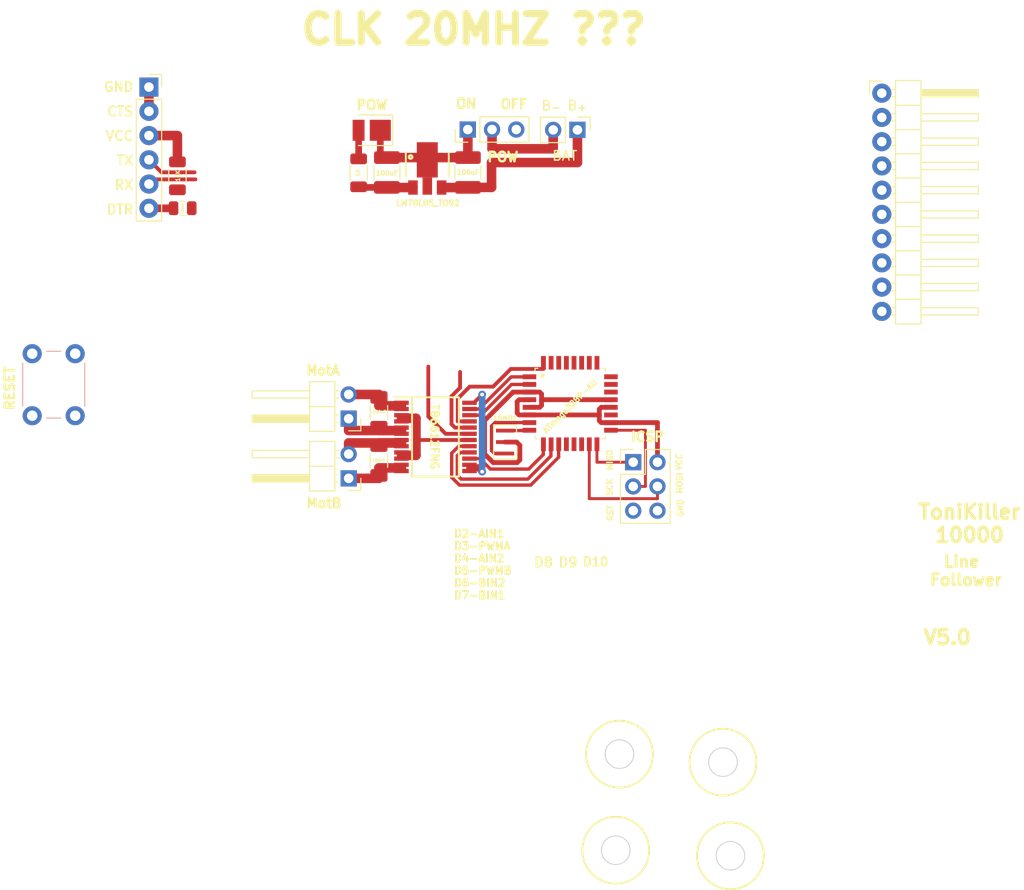
<source format=kicad_pcb>
(kicad_pcb (version 20211014) (generator pcbnew)
  (layers (0 "F.Cu" signal) (31 "B.Cu" signal) (34 "B.Paste" user) (35 "F.Paste" user) (36 "B.SilkS" user "B.Silkscreen") (37 "F.SilkS" user "F.Silkscreen") (38 "B.Mask" user) (39 "F.Mask" user) (44 "Edge.Cuts" user))
  (net 0 "")
  (net 1 "DTR")
  (net 2 "RESET")
  (net 3 "Net-(U1-Pad7)")
  (net 4 "0V")
  (net 5 "5V")
  (net 6 "Net-(C4-Pad1)")
  (net 7 "Net-(C4-Pad2)")
  (net 8 "Net-(C5-Pad1)")
  (net 9 "Net-(C5-Pad2)")
  (net 10 "Net-(D1-Pad2)")
  (net 11 "GND")
  (net 12 "+BATT")
  (net 13 "MISO")
  (net 14 "SCK")
  (net 15 "MOSI")
  (net 16 "TX")
  (net 17 "RX")
  (net 18 "Sensor5")
  (net 19 "Sensor4")
  (net 20 "Sensor3")
  (net 21 "Sensor2")
  (net 22 "Sensor1")
  (net 23 "Sensor0")
  (net 24 "Sensor7")
  (net 25 "Sensor6")
  (net 27 "Net-(U1-Pad8)")
  (net 28 "PWMB")
  (net 29 "BIN2")
  (net 30 "BIN1")
  (net 31 "STBY")
  (net 32 "AIN1")
  (net 33 "AIN2")
  (net 34 "PWMA")
  (net 35 "Net-(SW2-Pad2)")
  (net 36 "D8")
  (net 37 "D9")
  (net 38 "10")
  (footprint "Connector_PinSocket_2.54mm:PinSocket_1x06_P2.54mm_Vertical" (layer "F.Cu") (at 180.615 37.025)
    (fp_text reference "J4" hide)
    (fp_text value "Conn_01x06_MountingPin")
    (fp_line (start 0 -1.33) (end 1.33 -1.33) (layer "F.SilkS") (width 0.12))
    (fp_line (start -1.33 14.03) (end 1.33 14.03) (layer "F.SilkS") (width 0.12))
    (fp_line (start -1.33 1.27) (end 1.33 1.27) (layer "F.SilkS") (width 0.12))
    (fp_line (start 1.33 -1.33) (end 1.33 0) (layer "F.SilkS") (width 0.12))
    (fp_line (start -1.33 1.27) (end -1.33 14.03) (layer "F.SilkS") (width 0.12))
    (fp_line (start 1.33 1.27) (end 1.33 14.03) (layer "F.SilkS") (width 0.12))
    (pad "1" thru_hole rect (at 0 0) (size 2 2) (drill 1) (layers F&B.Cu *.Mask) (net 4 "0V"))
    (pad "2" thru_hole oval (at 0 2.54) (size 2 2) (drill 1) (layers F&B.Cu *.Mask) (net 4 "0V"))
    (pad "3" thru_hole oval (at 0 5.08) (size 2 2) (drill 1) (layers F&B.Cu *.Mask) (net 5 "5V"))
    (pad "4" thru_hole oval (at 0 7.62) (size 2 2) (drill 1) (layers F&B.Cu *.Mask) (net 16 "TX"))
    (pad "5" thru_hole oval (at 0 10.16) (size 2 2) (drill 1) (layers F&B.Cu *.Mask) (net 17 "RX"))
    (pad "6" thru_hole oval (at 0 12.7) (size 2 2) (drill 1) (layers F&B.Cu *.Mask) (net 1 "DTR"))
  )
  (footprint "Capacitor_SMD:C_0805_2012Metric" (layer "F.Cu") (at 184.145 49.715)
    (fp_text reference "C6" hide)
    (fp_text value "100nF" (at 0.01 0.01 90) (layer "F.SilkS") (effects (font (size 0.25 0.25))))
    (fp_line (start -0.261252 0.735) (end 0.261252 0.735) (layer "F.SilkS") (width 0.12))
    (fp_line (start -0.261252 -0.735) (end 0.261252 -0.735) (layer "F.SilkS") (width 0.12))
    (pad "1" smd roundrect (at -0.95 0) (size 1 1.45) (layers "F.Cu" "F.Paste" "F.Mask") (net 1 "DTR"))
    (pad "2" smd roundrect (at 0.95 0) (size 1 1.45) (layers "F.Cu" "F.Paste" "F.Mask") (net 2 "RESET"))
  )
  (footprint "LED_SMD:LED_PLCC_2835" (layer "F.Cu") (at 203.945 41.55 180)
    (fp_text reference "D1" hide)
    (fp_text value "POW")
    (fp_line (start 1.4 -1.6) (end -2.2 -1.6) (layer "F.SilkS") (width 0.12))
    (fp_line (start -2.2 -1.6) (end -2.2 1.6) (layer "F.SilkS") (width 0.12))
    (fp_line (start 1.4 1.6) (end -2.2 1.6) (layer "F.SilkS") (width 0.12))
    (pad "1" smd rect (at -0.9 0 180) (size 2.2 2.2) (layers "F.Cu" "F.Paste" "F.Mask") (net 4 "0V"))
    (pad "2" smd rect (at 1.375 0 180) (size 1.25 2.2) (layers "F.Cu" "F.Paste" "F.Mask") (net 10 "Net-(D1-Pad2)"))
  )
  (footprint "Connector_PinHeader_2.54mm:PinHeader_2x03_P2.54mm_Vertical" (layer "F.Cu") (at 231.33 76.33)
    (fp_text reference "J3" hide)
    (fp_text value "ICSP" (at 1.51 -2.66) (layer "F.SilkS") (effects (font (thickness 4))))
    (fp_line (start -1.33 0) (end -1.33 -1.33) (layer "F.SilkS") (width 0.12))
    (fp_line (start 1.27 1.27) (end 1.27 -1.33) (layer "F.SilkS") (width 0.12))
    (fp_line (start -1.33 6.41) (end 3.87 6.41) (layer "F.SilkS") (width 0.12))
    (fp_line (start -1.33 1.27) (end -1.33 6.41) (layer "F.SilkS") (width 0.12))
    (fp_line (start 1.27 -1.33) (end 3.87 -1.33) (layer "F.SilkS") (width 0.12))
    (fp_line (start 3.87 -1.33) (end 3.87 6.41) (layer "F.SilkS") (width 0.12))
    (fp_line (start -1.33 -1.33) (end 0 -1.33) (layer "F.SilkS") (width 0.12))
    (fp_line (start -1.33 1.27) (end 1.27 1.27) (layer "F.SilkS") (width 0.12))
    (pad "1" thru_hole rect (at 0 0) (size 1.7 1.7) (drill 1) (layers *.Cu *.Mask) (net 13 "MISO"))
    (pad "2" thru_hole oval (at 2.54 0) (size 1.7 1.7) (drill 1) (layers *.Cu *.Mask) (net 5 "5V"))
    (pad "3" thru_hole oval (at 0 2.54) (size 1.7 1.7) (drill 1) (layers *.Cu *.Mask) (net 14 "SCK"))
    (pad "4" thru_hole oval (at 2.54 2.54) (size 1.7 1.7) (drill 1) (layers *.Cu *.Mask) (net 15 "MOSI"))
    (pad "5" thru_hole oval (at 0 5.08) (size 1.7 1.7) (drill 1) (layers *.Cu *.Mask) (net 2 "RESET"))
    (pad "6" thru_hole oval (at 2.54 5.08) (size 1.7 1.7) (drill 1) (layers *.Cu *.Mask) (net 4 "0V"))
  )
  (footprint "TQFP32_32A_MCH" (layer "F.Cu") (at 224.73 70.18)
    (fp_text reference "U1" hide)
    (fp_text value "ATmega328P-AU " (at 0.1364 0.13 45 unlocked) (layer "F.SilkS") (effects (font (size 0.6 0.6))))
    (fp_text user "*" (at -2.92 -2.62) (layer "F.SilkS"))
    (fp_line (start 3.386739 3.683) (end 3.683 3.683) (layer "F.SilkS") (width 0.12))
    (fp_line (start 3.683 3.683) (end 3.683 3.386739) (layer "F.SilkS") (width 0.12))
    (fp_line (start -3.683 -3.683) (end -3.683 -3.386739) (layer "F.SilkS") (width 0.12))
    (fp_line (start -3.683 3.683) (end -3.386739 3.683) (layer "F.SilkS") (width 0.12))
    (fp_line (start -3.683 3.386739) (end -3.683 3.683) (layer "F.SilkS") (width 0.12))
    (fp_line (start 3.683 -3.683) (end 3.386739 -3.683) (layer "F.SilkS") (width 0.12))
    (fp_line (start -3.386739 -3.683) (end -3.683 -3.683) (layer "F.SilkS") (width 0.12))
    (fp_line (start 3.683 -3.386739) (end 3.683 -3.683) (layer "F.SilkS") (width 0.12))
    (pad "1" smd rect (at -4.2672 -2.799999 90) (size 0.508 1.4224) (layers "F.Cu" "F.Paste" "F.Mask") (net 34 "PWMA"))
    (pad "2" smd rect (at -4.2672 -2.000001 90) (size 0.508 1.4224) (layers "F.Cu" "F.Paste" "F.Mask") (net 33 "AIN2"))
    (pad "3" smd rect (at -4.2672 -1.2 90) (size 0.508 1.4224) (layers "F.Cu" "F.Paste" "F.Mask") (net 4 "0V"))
    (pad "4" smd rect (at -4.2672 -0.399999 90) (size 0.508 1.4224) (layers "F.Cu" "F.Paste" "F.Mask") (net 5 "5V"))
    (pad "5" smd rect (at -4.2672 0.399999 90) (size 0.508 1.4224) (layers "F.Cu" "F.Paste" "F.Mask") (net 4 "0V"))
    (pad "6" smd rect (at -4.2672 1.2 90) (size 0.508 1.4224) (layers "F.Cu" "F.Paste" "F.Mask") (net 5 "5V"))
    (pad "7" smd rect (at -4.2672 1.999999 90) (size 0.508 1.4224) (layers "F.Cu" "F.Paste" "F.Mask") (net 3 "Net-(U1-Pad7)"))
    (pad "8" smd rect (at -4.2672 2.799999 90) (size 0.508 1.4224) (layers "F.Cu" "F.Paste" "F.Mask") (net 27 "Net-(U1-Pad8)"))
    (pad "9" smd rect (at -2.799999 4.2672) (size 0.508 1.4224) (layers "F.Cu" "F.Paste" "F.Mask") (net 28 "PWMB"))
    (pad "10" smd rect (at -2.000001 4.2672) (size 0.508 1.4224) (layers "F.Cu" "F.Paste" "F.Mask") (net 29 "BIN2"))
    (pad "11" smd rect (at -1.2 4.2672) (size 0.508 1.4224) (layers "F.Cu" "F.Paste" "F.Mask") (net 30 "BIN1"))
    (pad "12" smd rect (at -0.399999 4.2672) (size 0.508 1.4224) (layers "F.Cu" "F.Paste" "F.Mask") (net 36 "D8"))
    (pad "13" smd rect (at 0.399999 4.2672) (size 0.508 1.4224) (layers "F.Cu" "F.Paste" "F.Mask") (net 37 "D9"))
    (pad "14" smd rect (at 1.2 4.2672) (size 0.508 1.4224) (layers "F.Cu" "F.Paste" "F.Mask") (net 38 "10"))
    (pad "15" smd rect (at 1.999999 4.2672) (size 0.508 1.4224) (layers "F.Cu" "F.Paste" "F.Mask") (net 15 "MOSI"))
    (pad "16" smd rect (at 2.799999 4.2672) (size 0.508 1.4224) (layers "F.Cu" "F.Paste" "F.Mask") (net 13 "MISO"))
    (pad "17" smd rect (at 4.2672 2.799999 90) (size 0.508 1.4224) (layers "F.Cu" "F.Paste" "F.Mask") (net 14 "SCK"))
    (pad "18" smd rect (at 4.2672 2.000001 90) (size 0.508 1.4224) (layers "F.Cu" "F.Paste" "F.Mask") (net 5 "5V"))
    (pad "19" smd rect (at 4.2672 1.2 90) (size 0.508 1.4224) (layers "F.Cu" "F.Paste" "F.Mask") (net 25 "Sensor6"))
    (pad "20" smd rect (at 4.2672 0.399999 90) (size 0.508 1.4224) (layers "F.Cu" "F.Paste" "F.Mask") (net 5 "5V"))
    (pad "21" smd rect (at 4.2672 -0.399999 90) (size 0.508 1.4224) (layers "F.Cu" "F.Paste" "F.Mask") (net 4 "0V"))
    (pad "22" smd rect (at 4.2672 -1.2 90) (size 0.508 1.4224) (layers "F.Cu" "F.Paste" "F.Mask") (net 24 "Sensor7"))
    (pad "23" smd rect (at 4.2672 -1.999999 90) (size 0.508 1.4224) (layers "F.Cu" "F.Paste" "F.Mask") (net 23 "Sensor0"))
    (pad "24" smd rect (at 4.2672 -2.799999 90) (size 0.508 1.4224) (layers "F.Cu" "F.Paste" "F.Mask") (net 22 "Sensor1"))
    (pad "25" smd rect (at 2.799999 -4.2672) (size 0.508 1.4224) (layers "F.Cu" "F.Paste" "F.Mask") (net 21 "Sensor2"))
    (pad "26" smd rect (at 2.000001 -4.2672) (size 0.508 1.4224) (layers "F.Cu" "F.Paste" "F.Mask") (net 20 "Sensor3"))
    (pad "27" smd rect (at 1.2 -4.2672) (size 0.508 1.4224) (layers "F.Cu" "F.Paste" "F.Mask") (net 19 "Sensor4"))
    (pad "28" smd rect (at 0.399999 -4.2672) (size 0.508 1.4224) (layers "F.Cu" "F.Paste" "F.Mask") (net 18 "Sensor5"))
    (pad "29" smd rect (at -0.399999 -4.2672) (size 0.508 1.4224) (layers "F.Cu" "F.Paste" "F.Mask") (net 2 "RESET"))
    (pad "30" smd rect (at -1.2 -4.2672) (size 0.508 1.4224) (layers "F.Cu" "F.Paste" "F.Mask") (net 16 "TX"))
    (pad "31" smd rect (at -1.999999 -4.2672) (size 0.508 1.4224) (layers "F.Cu" "F.Paste" "F.Mask") (net 17 "RX"))
    (pad "32" smd rect (at -2.799999 -4.2672) (size 0.508 1.4224) (layers "F.Cu" "F.Paste" "F.Mask") (net 32 "AIN1"))
  )
  (footprint "78L05:PK(R-PSSO-F3)" (layer "F.Cu") (at 209.765 43.9)
    (fp_text reference "U2" hide)
    (fp_text value "LM78L05_TO92" (at 0.06 5.2825) (layer "F.SilkS") (effects (font (size 0.6 0.6))))
    (fp_line (start 2.25 0) (end 2.25 2.5) (layer "F.SilkS") (width 0.2))
    (fp_line (start -2.25 2.5) (end -2.25 0) (layer "F.SilkS") (width 0.2))
    (fp_circle (center -1.75 0.45) (end -1.79438 0.45) (layer "F.SilkS") (width 0.254) (fill none))
    (pad "1" smd rect (at -1.5 3.65) (size 1 1.5) (layers "F.Cu" "F.Paste" "F.Mask") (net 5 "5V"))
    (pad "2" smd rect (at 0 3.5) (size 1 1.8) (layers "F.Cu" "F.Paste" "F.Mask") (net 4 "0V"))
    (pad "2" smd rect (at 0 0.75) (size 2.2 3.7) (layers "F.Cu" "F.Paste" "F.Mask") (net 4 "0V"))
    (pad "3" smd rect (at 1.5 3.65) (size 1 1.5) (layers "F.Cu" "F.Paste" "F.Mask") (net 12 "+BATT"))
  )
  (footprint "Connector_PinHeader_2.54mm:PinHeader_1x03_P2.54mm_Vertical" (layer "F.Cu") (at 214.005 41.47 90)
    (fp_text reference "SW2" hide)
    (fp_text value "POW")
    (fp_line (start -1.33 6.41) (end 1.33 6.41) (layer "F.SilkS") (width 0.12))
    (fp_line (start -1.33 -1.33) (end 0 -1.33) (layer "F.SilkS") (width 0.12))
    (fp_line (start 1.33 1.27) (end 1.33 6.41) (layer "F.SilkS") (width 0.12))
    (fp_line (start -1.33 1.27) (end -1.33 6.41) (layer "F.SilkS") (width 0.12))
    (fp_line (start -1.33 0) (end -1.33 -1.33) (layer "F.SilkS") (width 0.12))
    (fp_line (start -1.33 1.27) (end 1.33 1.27) (layer "F.SilkS") (width 0.12))
    (pad "1" thru_hole rect (at 0 0 90) (size 1.7 1.7) (drill 1) (layers *.Cu *.Mask) (net 4 "0V"))
    (pad "2" thru_hole oval (at 0 2.54 90) (size 1.7 1.7) (drill 1) (layers *.Cu *.Mask) (net 35 "Net-(SW2-Pad2)"))
    (pad "3" thru_hole oval (at 0 5.08 90) (size 1.7 1.7) (drill 1) (layers *.Cu *.Mask))
  )
  (footprint "Capacitor_SMD:C_1206_3216Metric_Pad1.33x1.80mm_HandSolder" (layer "F.Cu") (at 204.7 71.1025 90)
    (fp_text reference "C5" hide)
    (fp_text value "100nF" (at 0.0525 0.04 unlocked) (layer "F.SilkS") (effects (font (size 0.3 0.3) (thickness 0.075))))
    (fp_line (start -0.711252 0.91) (end 0.711252 0.91) (layer "F.SilkS") (width 0.12))
    (fp_line (start -0.711252 -0.91) (end 0.711252 -0.91) (layer "F.SilkS") (width 0.12))
    (pad "1" smd roundrect (at -1.5625 0 90) (size 1.325 1.8) (layers "F.Cu" "F.Paste" "F.Mask") (roundrect_rratio 0.188679) (net 8 "Net-(C5-Pad1)"))
    (pad "2" smd roundrect (at 1.5625 0 90) (size 1.325 1.8) (layers "F.Cu" "F.Paste" "F.Mask") (roundrect_rratio 0.188679) (net 9 "Net-(C5-Pad2)"))
  )
  (footprint "Resistor_SMD:R_1206_3216Metric" (layer "F.Cu") (at 183.595 46.325 90)
    (fp_text reference "R1" hide)
    (fp_text value "10K" (at 0 0.05 90) (layer "F.SilkS") (effects (font (size 0.4 0.4) (thickness 0.1))))
    (fp_line (start -0.727064 0.91) (end 0.727064 0.91) (layer "F.SilkS") (width 0.12))
    (fp_line (start -0.727064 -0.91) (end 0.727064 -0.91) (layer "F.SilkS") (width 0.12))
    (pad "1" smd roundrect (at -1.4625 0 90) (size 1.125 1.75) (layers "F.Cu" "F.Paste" "F.Mask") (roundrect_rratio 0.222222) (net 2 "RESET"))
    (pad "2" smd roundrect (at 1.4625 0 90) (size 1.125 1.75) (layers "F.Cu" "F.Paste" "F.Mask") (roundrect_rratio 0.222222) (net 5 "5V"))
  )
  (footprint "TB6612FNG:SOP65P760X160-24N" (layer "F.Cu") (at 210.62 73.68)
    (fp_text reference "U3" hide)
    (fp_text value "TB6612FNG" (at -0.09 0 270 unlocked) (layer "F.SilkS") (effects (font (size 0.8 0.8) (thickness 0.2))))
    (fp_line (start 2.45 4.15) (end -2.45 4.15) (layer "F.SilkS") (width 0.2))
    (fp_line (start -4.325 -4.15) (end -2.8 -4.15) (layer "F.SilkS") (width 0.2))
    (fp_line (start 2.45 -4.15) (end 2.45 4.15) (layer "F.SilkS") (width 0.2))
    (fp_line (start -2.45 -4.15) (end 2.45 -4.15) (layer "F.SilkS") (width 0.2))
    (fp_line (start -2.45 4.15) (end -2.45 -4.15) (layer "F.SilkS") (width 0.2))
    (pad "1" smd rect (at -3.562 -3.575 90) (size 0.45 1.525) (layers "F.Cu" "F.Paste" "F.Mask") (net 9 "Net-(C5-Pad2)"))
    (pad "2" smd rect (at -3.562 -2.925 90) (size 0.45 1.525) (layers "F.Cu" "F.Paste" "F.Mask") (net 9 "Net-(C5-Pad2)"))
    (pad "3" smd rect (at -3.562 -2.275 90) (size 0.45 1.525) (layers "F.Cu" "F.Paste" "F.Mask") (net 11 "GND"))
    (pad "4" smd rect (at -3.562 -1.625 90) (size 0.45 1.525) (layers "F.Cu" "F.Paste" "F.Mask") (net 11 "GND"))
    (pad "5" smd rect (at -3.562 -0.975 90) (size 0.45 1.525) (layers "F.Cu" "F.Paste" "F.Mask") (net 8 "Net-(C5-Pad1)"))
    (pad "6" smd rect (at -3.562 -0.325 90) (size 0.45 1.525) (layers "F.Cu" "F.Paste" "F.Mask") (net 8 "Net-(C5-Pad1)"))
    (pad "7" smd rect (at -3.562 0.325 90) (size 0.45 1.525) (layers "F.Cu" "F.Paste" "F.Mask") (net 7 "Net-(C4-Pad2)"))
    (pad "8" smd rect (at -3.562 0.975 90) (size 0.45 1.525) (layers "F.Cu" "F.Paste" "F.Mask") (net 7 "Net-(C4-Pad2)"))
    (pad "9" smd rect (at -3.562 1.625 90) (size 0.45 1.525) (layers "F.Cu" "F.Paste" "F.Mask") (net 11 "GND"))
    (pad "10" smd rect (at -3.562 2.275 90) (size 0.45 1.525) (layers "F.Cu" "F.Paste" "F.Mask") (net 11 "GND"))
    (pad "11" smd rect (at -3.562 2.925 90) (size 0.45 1.525) (layers "F.Cu" "F.Paste" "F.Mask") (net 6 "Net-(C4-Pad1)"))
    (pad "12" smd rect (at -3.562 3.575 90) (size 0.45 1.525) (layers "F.Cu" "F.Paste" "F.Mask") (net 6 "Net-(C4-Pad1)"))
    (pad "13" smd rect (at 3.562 3.575 90) (size 0.45 1.525) (layers "F.Cu" "F.Paste" "F.Mask") (net 12 "+BATT"))
    (pad "14" smd rect (at 3.562 2.925 90) (size 0.45 1.525) (layers "F.Cu" "F.Paste" "F.Mask") (net 12 "+BATT"))
    (pad "15" smd rect (at 3.562 2.275 90) (size 0.45 1.525) (layers "F.Cu" "F.Paste" "F.Mask") (net 28 "PWMB"))
    (pad "16" smd rect (at 3.562 1.625 90) (size 0.45 1.525) (layers "F.Cu" "F.Paste" "F.Mask") (net 29 "BIN2"))
    (pad "17" smd rect (at 3.562 0.975 90) (size 0.45 1.525) (layers "F.Cu" "F.Paste" "F.Mask") (net 30 "BIN1"))
    (pad "18" smd rect (at 3.562 0.325 90) (size 0.45 1.525) (layers "F.Cu" "F.Paste" "F.Mask") (net 11 "GND"))
    (pad "19" smd rect (at 3.562 -0.325 90) (size 0.45 1.525) (layers "F.Cu" "F.Paste" "F.Mask") (net 31 "STBY"))
    (pad "20" smd rect (at 3.562 -0.975 90) (size 0.45 1.525) (layers "F.Cu" "F.Paste" "F.Mask") (net 5 "5V"))
    (pad "21" smd rect (at 3.562 -1.625 90) (size 0.45 1.525) (layers "F.Cu" "F.Paste" "F.Mask") (net 32 "AIN1"))
    (pad "22" smd rect (at 3.562 -2.275 90) (size 0.45 1.525) (layers "F.Cu" "F.Paste" "F.Mask") (net 33 "AIN2"))
    (pad "23" smd rect (at 3.562 -2.925 90) (size 0.45 1.525) (layers "F.Cu" "F.Paste" "F.Mask") (net 34 "PWMA"))
    (pad "24" smd rect (at 3.562 -3.575 90) (size 0.45 1.525) (layers "F.Cu" "F.Paste" "F.Mask") (net 12 "+BATT"))
  )
  (footprint "Connector_PinHeader_2.54mm:PinHeader_1x10_P2.54mm_Horizontal" (layer "F.Cu") (at 257.365 37.665)
    (fp_text reference "J5" hide)
    (fp_text value "Conn_01x10")
    (fp_line (start 1.11 0.38) (end 1.44 0.38) (layer "F.SilkS") (width 0.12))
    (fp_line (start 1.042929 13.08) (end 1.44 13.08) (layer "F.SilkS") (width 0.12))
    (fp_line (start 1.042929 7.24) (end 1.44 7.24) (layer "F.SilkS") (width 0.12))
    (fp_line (start 4.1 22.48) (end 10.1 22.48) (layer "F.SilkS") (width 0.12))
    (fp_line (start 10.1 10.54) (end 4.1 10.54) (layer "F.SilkS") (width 0.12))
    (fp_line (start 1.44 3.81) (end 4.1 3.81) (layer "F.SilkS") (width 0.12))
    (fp_line (start 1.44 13.97) (end 4.1 13.97) (layer "F.SilkS") (width 0.12))
    (fp_line (start 4.1 -0.32) (end 10.1 -0.32) (layer "F.SilkS") (width 0.12))
    (fp_line (start 1.042929 2.16) (end 1.44 2.16) (layer "F.SilkS") (width 0.12))
    (fp_line (start 10.1 4.7) (end 10.1 5.46) (layer "F.SilkS") (width 0.12))
    (fp_line (start 10.1 5.46) (end 4.1 5.46) (layer "F.SilkS") (width 0.12))
    (fp_line (start 10.1 22.48) (end 10.1 23.24) (layer "F.SilkS") (width 0.12))
    (fp_line (start 10.1 2.92) (end 4.1 2.92) (layer "F.SilkS") (width 0.12))
    (fp_line (start 10.1 8) (end 4.1 8) (layer "F.SilkS") (width 0.12))
    (fp_line (start 4.1 14.86) (end 10.1 14.86) (layer "F.SilkS") (width 0.12))
    (fp_line (start 1.44 24.19) (end 4.1 24.19) (layer "F.SilkS") (width 0.12))
    (fp_line (start 10.1 -0.38) (end 10.1 0.38) (layer "F.SilkS") (width 0.12))
    (fp_line (start 10.1 15.62) (end 4.1 15.62) (layer "F.SilkS") (width 0.12))
    (fp_line (start 1.44 -1.33) (end 1.44 24.19) (layer "F.SilkS") (width 0.12))
    (fp_line (start 1.44 21.59) (end 4.1 21.59) (layer "F.SilkS") (width 0.12))
    (fp_line (start 4.1 17.4) (end 10.1 17.4) (layer "F.SilkS") (width 0.12))
    (fp_line (start 10.1 13.08) (end 4.1 13.08) (layer "F.SilkS") (width 0.12))
    (fp_line (start 10.1 0.38) (end 4.1 0.38) (layer "F.SilkS") (width 0.12))
    (fp_line (start 1.44 16.51) (end 4.1 16.51) (layer "F.SilkS") (width 0.12))
    (fp_line (start 10.1 7.24) (end 10.1 8) (layer "F.SilkS") (width 0.12))
    (fp_line (start 10.1 19.94) (end 10.1 20.7) (layer "F.SilkS") (width 0.12))
    (fp_line (start 1.042929 10.54) (end 1.44 10.54) (layer "F.SilkS") (width 0.12))
    (fp_line (start 1.042929 5.46) (end 1.44 5.46) (layer "F.SilkS") (width 0.12))
    (fp_line (start 1.44 11.43) (end 4.1 11.43) (layer "F.SilkS") (width 0.12))
    (fp_line (start 1.042929 17.4) (end 1.44 17.4) (layer "F.SilkS") (width 0.12))
    (fp_line (start 4.1 0.16) (end 10.1 0.16) (layer "F.SilkS") (width 0.12))
    (fp_line (start 4.1 7.24) (end 10.1 7.24) (layer "F.SilkS") (width 0.12))
    (fp_line (start 4.1 -0.38) (end 10.1 -0.38) (layer "F.SilkS") (width 0.12))
    (fp_line (start 1.042929 14.86) (end 1.44 14.86) (layer "F.SilkS") (width 0.12))
    (fp_line (start 10.1 23.24) (end 4.1 23.24) (layer "F.SilkS") (width 0.12))
    (fp_line (start 10.1 9.78) (end 10.1 10.54) (layer "F.SilkS") (width 0.12))
    (fp_line (start 4.1 12.32) (end 10.1 12.32) (layer "F.SilkS") (width 0.12))
    (fp_line (start 4.1 -1.33) (end 1.44 -1.33) (layer "F.SilkS") (width 0.12))
    (fp_line (start 1.042929 12.32) (end 1.44 12.32) (layer "F.SilkS") (width 0.12))
    (fp_line (start 1.11 -0.38) (end 1.44 -0.38) (layer "F.SilkS") (width 0.12))
    (fp_line (start 10.1 14.86) (end 10.1 15.62) (layer "F.SilkS") (width 0.12))
    (fp_line (start 4.1 9.78) (end 10.1 9.78) (layer "F.SilkS") (width 0.12))
    (fp_line (start 4.1 4.7) (end 10.1 4.7) (layer "F.SilkS") (width 0.12))
    (fp_line (start 1.042929 19.94) (end 1.44 19.94) (layer "F.SilkS") (width 0.12))
    (fp_line (start 1.042929 18.16) (end 1.44 18.16) (layer "F.SilkS") (width 0.12))
    (fp_line (start 4.1 19.94) (end 10.1 19.94) (layer "F.SilkS") (width 0.12))
    (fp_line (start 4.1 24.19) (end 4.1 -1.33) (layer "F.SilkS") (width 0.12))
    (fp_line (start -1.27 0) (end -1.27 -1.27) (layer "F.SilkS") (width 0.12))
    (fp_line (start -1.27 -1.27) (end 0 -1.27) (layer "F.SilkS") (width 0.12))
    (fp_line (start 10.1 12.32) (end 10.1 13.08) (layer "F.SilkS") (width 0.12))
    (fp_line (start 1.44 19.05) (end 4.1 19.05) (layer "F.SilkS") (width 0.12))
    (fp_line (start 4.1 0.28) (end 10.1 0.28) (layer "F.SilkS") (width 0.12))
    (fp_line (start 1.042929 22.48) (end 1.44 22.48) (layer "F.SilkS") (width 0.12))
    (fp_line (start 1.042929 20.7) (end 1.44 20.7) (layer "F.SilkS") (width 0.12))
    (fp_line (start 1.44 6.35) (end 4.1 6.35) (layer "F.SilkS") (width 0.12))
    (fp_line (start 1.042929 8) (end 1.44 8) (layer "F.SilkS") (width 0.12))
    (fp_line (start 10.1 17.4) (end 10.1 18.16) (layer "F.SilkS") (width 0.12))
    (fp_line (start 1.042929 15.62) (end 1.44 15.62) (layer "F.SilkS") (width 0.12))
    (fp_line (start 1.042929 4.7) (end 1.44 4.7) (layer "F.SilkS") (width 0.12))
    (fp_line (start 1.44 1.27) (end 4.1 1.27) (layer "F.SilkS") (width 0.12))
    (fp_line (start 4.1 0.04) (end 10.1 0.04) (layer "F.SilkS") (width 0.12))
    (fp_line (start 1.042929 9.78) (end 1.44 9.78) (layer "F.SilkS") (width 0.12))
    (fp_line (start 4.1 -0.08) (end 10.1 -0.08) (layer "F.SilkS") (width 0.12))
    (fp_line (start 4.1 2.16) (end 10.1 2.16) (layer "F.SilkS") (width 0.12))
    (fp_line (start 10.1 2.16) (end 10.1 2.92) (layer "F.SilkS") (width 0.12))
    (fp_line (start 1.44 8.89) (end 4.1 8.89) (layer "F.SilkS") (width 0.12))
    (fp_line (start 4.1 -0.2) (end 10.1 -0.2) (layer "F.SilkS") (width 0.12))
    (fp_line (start 1.042929 2.92) (end 1.44 2.92) (layer "F.SilkS") (width 0.12))
    (fp_line (start 1.042929 23.24) (end 1.44 23.24) (layer "F.SilkS") (width 0.12))
    (fp_line (start 10.1 18.16) (end 4.1 18.16) (layer "F.SilkS") (width 0.12))
    (fp_line (start 10.1 20.7) (end 4.1 20.7) (layer "F.SilkS") (width 0.12))
    (pad "1" thru_hole oval (at 0 0) (size 2 2) (drill 1) (layers F&B.Cu *.Mask) (net 18 "Sensor5"))
    (pad "2" thru_hole oval (at 0 2.54) (size 2 2) (drill 1) (layers F&B.Cu *.Mask) (net 19 "Sensor4"))
    (pad "3" thru_hole oval (at 0 5.08) (size 2 2) (drill 1) (layers F&B.Cu *.Mask) (net 20 "Sensor3"))
    (pad "4" thru_hole oval (at 0 7.62) (size 2 2) (drill 1) (layers F&B.Cu *.Mask) (net 21 "Sensor2"))
    (pad "5" thru_hole oval (at 0 10.16) (size 2 2) (drill 1) (layers F&B.Cu *.Mask) (net 22 "Sensor1"))
    (pad "6" thru_hole oval (at 0 12.7) (size 2 2) (drill 1) (layers F&B.Cu *.Mask) (net 23 "Sensor0"))
    (pad "7" thru_hole oval (at 0 15.24) (size 2 2) (drill 1) (layers F&B.Cu *.Mask) (net 24 "Sensor7"))
    (pad "8" thru_hole oval (at 0 17.78) (size 2 2) (drill 1) (layers F&B.Cu *.Mask) (net 25 "Sensor6"))
    (pad "9" thru_hole oval (at 0 20.32) (size 2 2) (drill 1) (layers F&B.Cu *.Mask) (net 5 "5V"))
    (pad "10" thru_hole oval (at 0 22.86) (size 2 2) (drill 1) (layers F&B.Cu *.Mask) (net 4 "0V"))
  )
  (footprint "Resistor_SMD:R_1206_3216Metric" (layer "F.Cu") (at 202.575 46.01 -90)
    (fp_text reference "R2" hide)
    (fp_text value "1K" (at 0 0.05 -270) (layer "F.SilkS") (effects (font (size 0.4 0.4) (thickness 0.1))))
    (fp_line (start -0.727064 0.91) (end 0.727064 0.91) (layer "F.SilkS") (width 0.12))
    (fp_line (start -0.727064 -0.91) (end 0.727064 -0.91) (layer "F.SilkS") (width 0.12))
    (pad "1" smd roundrect (at -1.4625 0 270) (size 1.125 1.75) (layers "F.Cu" "F.Paste" "F.Mask") (roundrect_rratio 0.222222) (net 10 "Net-(D1-Pad2)"))
    (pad "2" smd roundrect (at 1.4625 0 270) (size 1.125 1.75) (layers "F.Cu" "F.Paste" "F.Mask") (roundrect_rratio 0.222222) (net 5 "5V"))
  )
  (footprint "Connector_PinHeader_2.54mm:PinHeader_1x02_P2.54mm_Horizontal" (layer "F.Cu") (at 201.53 71.77 180)
    (fp_text reference "J6" hide)
    (fp_text value "MotA" (at 2.68 5.06) (layer "F.SilkS") (effects (font (thickness 7))))
    (fp_line (start 1.44 3.87) (end 4.1 3.87) (layer "F.SilkS") (width 0.12))
    (fp_line (start 10.1 2.16) (end 10.1 2.92) (layer "F.SilkS") (width 0.12))
    (fp_line (start 10.1 0.38) (end 4.1 0.38) (layer "F.SilkS") (width 0.12))
    (fp_line (start 10.1 -0.38) (end 10.1 0.38) (layer "F.SilkS") (width 0.12))
    (fp_line (start 4.1 -0.08) (end 10.1 -0.08) (layer "F.SilkS") (width 0.12))
    (fp_line (start -1.27 0) (end -1.27 -1.27) (layer "F.SilkS") (width 0.12))
    (fp_line (start -1.27 -1.27) (end 0 -1.27) (layer "F.SilkS") (width 0.12))
    (fp_line (start 10.1 2.92) (end 4.1 2.92) (layer "F.SilkS") (width 0.12))
    (fp_line (start 1.042929 2.16) (end 1.44 2.16) (layer "F.SilkS") (width 0.12))
    (fp_line (start 4.1 -0.38) (end 10.1 -0.38) (layer "F.SilkS") (width 0.12))
    (fp_line (start 4.1 2.16) (end 10.1 2.16) (layer "F.SilkS") (width 0.12))
    (fp_line (start 4.1 0.16) (end 10.1 0.16) (layer "F.SilkS") (width 0.12))
    (fp_line (start 1.11 0.38) (end 1.44 0.38) (layer "F.SilkS") (width 0.12))
    (fp_line (start 4.1 -0.32) (end 10.1 -0.32) (layer "F.SilkS") (width 0.12))
    (fp_line (start 1.11 -0.38) (end 1.44 -0.38) (layer "F.SilkS") (width 0.12))
    (fp_line (start 4.1 -0.2) (end 10.1 -0.2) (layer "F.SilkS") (width 0.12))
    (fp_line (start 4.1 0.04) (end 10.1 0.04) (layer "F.SilkS") (width 0.12))
    (fp_line (start 1.44 1.27) (end 4.1 1.27) (layer "F.SilkS") (width 0.12))
    (fp_line (start 4.1 0.28) (end 10.1 0.28) (layer "F.SilkS") (width 0.12))
    (fp_line (start 1.042929 2.92) (end 1.44 2.92) (layer "F.SilkS") (width 0.12))
    (fp_line (start 1.44 -1.33) (end 1.44 3.87) (layer "F.SilkS") (width 0.12))
    (fp_line (start 4.1 -1.33) (end 1.44 -1.33) (layer "F.SilkS") (width 0.12))
    (fp_line (start 4.1 3.87) (end 4.1 -1.33) (layer "F.SilkS") (width 0.12))
    (pad "1" thru_hole rect (at 0 0 180) (size 1.7 1.7) (drill 1) (layers *.Cu *.Mask) (net 8 "Net-(C5-Pad1)"))
    (pad "2" thru_hole oval (at 0 2.54 180) (size 1.7 1.7) (drill 1) (layers *.Cu *.Mask) (net 9 "Net-(C5-Pad2)"))
  )
  (footprint "Capacitor_SMD:C_1206_3216Metric_Pad1.33x1.80mm_HandSolder" (layer "F.Cu") (at 204.7 76.1525 90)
    (fp_text reference "C4" hide)
    (fp_text value "100nF" (at 0.0125 -0.02 180) (layer "F.SilkS") (effects (font (size 0.3 0.3) (thickness 4))))
    (fp_line (start -0.711252 0.91) (end 0.711252 0.91) (layer "F.SilkS") (width 0.12))
    (fp_line (start -0.711252 -0.91) (end 0.711252 -0.91) (layer "F.SilkS") (width 0.12))
    (pad "1" smd roundrect (at -1.5625 0 90) (size 1.325 1.8) (layers "F.Cu" "F.Paste" "F.Mask") (roundrect_rratio 0.188679) (net 6 "Net-(C4-Pad1)"))
    (pad "2" smd roundrect (at 1.5625 0 90) (size 1.325 1.8) (layers "F.Cu" "F.Paste" "F.Mask") (roundrect_rratio 0.188679) (net 7 "Net-(C4-Pad2)"))
  )
  (footprint "Connector_PinHeader_2.54mm:PinHeader_1x02_P2.54mm_Horizontal" (layer "F.Cu") (at 201.53 78.02 180)
    (fp_text reference "J7" hide)
    (fp_text value "MotB" (at 2.58 -2.6) (layer "F.SilkS") (effects (font (thickness 7))))
    (fp_line (start 4.1 -0.08) (end 10.1 -0.08) (layer "F.SilkS") (width 0.12))
    (fp_line (start 1.44 1.27) (end 4.1 1.27) (layer "F.SilkS") (width 0.12))
    (fp_line (start 1.11 -0.38) (end 1.44 -0.38) (layer "F.SilkS") (width 0.12))
    (fp_line (start 1.042929 2.16) (end 1.44 2.16) (layer "F.SilkS") (width 0.12))
    (fp_line (start 10.1 2.92) (end 4.1 2.92) (layer "F.SilkS") (width 0.12))
    (fp_line (start 4.1 2.16) (end 10.1 2.16) (layer "F.SilkS") (width 0.12))
    (fp_line (start 4.1 -0.2) (end 10.1 -0.2) (layer "F.SilkS") (width 0.12))
    (fp_line (start 4.1 0.28) (end 10.1 0.28) (layer "F.SilkS") (width 0.12))
    (fp_line (start 1.042929 2.92) (end 1.44 2.92) (layer "F.SilkS") (width 0.12))
    (fp_line (start 4.1 0.04) (end 10.1 0.04) (layer "F.SilkS") (width 0.12))
    (fp_line (start 10.1 -0.38) (end 10.1 0.38) (layer "F.SilkS") (width 0.12))
    (fp_line (start 4.1 -1.33) (end 1.44 -1.33) (layer "F.SilkS") (width 0.12))
    (fp_line (start 4.1 -0.38) (end 10.1 -0.38) (layer "F.SilkS") (width 0.12))
    (fp_line (start 10.1 2.16) (end 10.1 2.92) (layer "F.SilkS") (width 0.12))
    (fp_line (start 1.44 -1.33) (end 1.44 3.87) (layer "F.SilkS") (width 0.12))
    (fp_line (start 1.44 3.87) (end 4.1 3.87) (layer "F.SilkS") (width 0.12))
    (fp_line (start 10.1 0.38) (end 4.1 0.38) (layer "F.SilkS") (width 0.12))
    (fp_line (start 1.11 0.38) (end 1.44 0.38) (layer "F.SilkS") (width 0.12))
    (fp_line (start -1.27 -1.27) (end 0 -1.27) (layer "F.SilkS") (width 0.12))
    (fp_line (start 4.1 -0.32) (end 10.1 -0.32) (layer "F.SilkS") (width 0.12))
    (fp_line (start -1.27 0) (end -1.27 -1.27) (layer "F.SilkS") (width 0.12))
    (fp_line (start 4.1 0.16) (end 10.1 0.16) (layer "F.SilkS") (width 0.12))
    (fp_line (start 4.1 3.87) (end 4.1 -1.33) (layer "F.SilkS") (width 0.12))
    (pad "1" thru_hole rect (at 0 0 180) (size 1.7 1.7) (drill 1) (layers *.Cu *.Mask) (net 6 "Net-(C4-Pad1)"))
    (pad "2" thru_hole oval (at 0 2.54 180) (size 1.7 1.7) (drill 1) (layers *.Cu *.Mask) (net 7 "Net-(C4-Pad2)"))
  )
  (footprint "Connector_PinHeader_2.54mm:PinHeader_1x02_P2.54mm_Vertical" (layer "F.Cu") (at 225.49 41.51 -90)
    (fp_text reference "J1" hide)
    (fp_text value "BAT" (at 2.71 1.325 180) (layer "F.SilkS"))
    (fp_line (start -1.33 1.27) (end -1.33 3.87) (layer "F.SilkS") (width 0.12))
    (fp_line (start -1.33 -1.33) (end 0 -1.33) (layer "F.SilkS") (width 0.12))
    (fp_line (start -1.33 3.87) (end 1.33 3.87) (layer "F.SilkS") (width 0.12))
    (fp_line (start -1.33 1.27) (end 1.33 1.27) (layer "F.SilkS") (width 0.12))
    (fp_line (start 1.33 1.27) (end 1.33 3.87) (layer "F.SilkS") (width 0.12))
    (fp_line (start -1.33 0) (end -1.33 -1.33) (layer "F.SilkS") (width 0.12))
    (pad "1" thru_hole rect (at 0 0 270) (size 1.7 1.7) (drill 1) (layers *.Cu *.Mask) (net 12 "+BATT"))
    (pad "2" thru_hole oval (at 0 2.54 270) (size 1.7 1.7) (drill 1) (layers *.Cu *.Mask) (net 35 "Net-(SW2-Pad2)"))
  )
  (footprint "Crystal:Resonator_SMD_Murata_CSTxExxV-3Pin_3.0x1.1mm" (layer "F.Cu") (at 217.91 74.22 90)
    (fp_text reference "Y1" hide)
    (fp_text value "16MHz" (at 2.55 -0.01) (layer "F.SilkS") (effects (font (size 0.5 0.5) (thickness 0.125))))
    (fp_line (start 1.8 0.8) (end 1.8 1.2) (layer "F.SilkS") (width 0.12))
    (fp_line (start -1.8 0.8) (end -1.8 -1.2) (layer "F.SilkS") (width 0.12))
    (fp_line (start -1.8 0.8) (end -1.8 1.2) (layer "F.SilkS") (width 0.12))
    (fp_line (start -0.8 1.2) (end -1.8 1.2) (layer "F.SilkS") (width 0.12))
    (fp_line (start -1.8 -1.2) (end -0.8 -1.2) (layer "F.SilkS") (width 0.12))
    (fp_line (start 1.8 -1.2) (end 1.8 0.8) (layer "F.SilkS") (width 0.12))
    (fp_line (start 1.8 1.2) (end 1 1.2) (layer "F.SilkS") (width 0.12))
    (fp_line (start 1 -1.2) (end 1.8 -1.2) (layer "F.SilkS") (width 0.12))
    (pad "1" smd rect (at -1.2 0 90) (size 0.4 1.9) (layers "F.Cu" "F.Paste" "F.Mask") (net 3 "Net-(U1-Pad7)"))
    (pad "2" smd rect (at 0 0 90) (size 0.4 1.9) (layers "F.Cu" "F.Paste" "F.Mask") (net 4 "0V"))
    (pad "3" smd rect (at 1.2 0 90) (size 0.4 1.9) (layers "F.Cu" "F.Paste" "F.Mask") (net 27 "Net-(U1-Pad8)"))
  )
  (footprint "Capacitor_SMD:C_1210_3225Metric_Pad1.33x2.70mm_HandSolder" (layer "F.Cu") (at 214.015 45.9725 90)
    (fp_text reference "C2" hide)
    (fp_text value "100uF" (at 0.02 0.01) (layer "F.SilkS") (effects (font (size 0.5 0.5))))
    (fp_line (start -0.711252 1.36) (end 0.711252 1.36) (layer "F.SilkS") (width 0.12))
    (fp_line (start -0.711252 -1.36) (end 0.711252 -1.36) (layer "F.SilkS") (width 0.12))
    (pad "1" smd roundrect (at -1.5625 0 90) (size 1.325 2.7) (layers "F.Cu" "F.Paste" "F.Mask") (roundrect_rratio 0.188679) (net 12 "+BATT"))
    (pad "2" smd roundrect (at 1.5625 0 90) (size 1.325 2.7) (layers "F.Cu" "F.Paste" "F.Mask") (roundrect_rratio 0.188679) (net 4 "0V"))
  )
  (footprint "Capacitor_SMD:C_1210_3225Metric_Pad1.33x2.70mm_HandSolder" (layer "F.Cu") (at 205.535 45.9725 90)
    (fp_text reference "C3" hide)
    (fp_text value "100uF" (at -0.07 0) (layer "F.SilkS") (effects (font (size 0.5 0.5) (thickness 0.125))))
    (fp_line (start -0.711252 -1.36) (end 0.711252 -1.36) (layer "F.SilkS") (width 0.12))
    (fp_line (start -0.711252 1.36) (end 0.711252 1.36) (layer "F.SilkS") (width 0.12))
    (pad "1" smd roundrect (at -1.5625 0 90) (size 1.325 2.7) (layers "F.Cu" "F.Paste" "F.Mask") (roundrect_rratio 0.188679) (net 5 "5V"))
    (pad "2" smd roundrect (at 1.5625 0 90) (size 1.325 2.7) (layers "F.Cu" "F.Paste" "F.Mask") (roundrect_rratio 0.188679) (net 4 "0V"))
  )
  (footprint "Button_Switch_THT:SW_PUSH_6mm" (layer "B.Cu") (at 172.89 71.46 90)
    (fp_text reference "SW1" hide)
    (fp_text value "RESET" (at 2.88 -6.85 90) (layer "F.SilkS") (effects (font (thickness 0.25))))
    (fp_line (start 6.75 -3) (end 6.75 -1.5) (layer "B.SilkS") (width 0.12))
    (fp_line (start 1 -5.5) (end 5.5 -5.5) (layer "B.SilkS") (width 0.12))
    (fp_line (start 5.5 1) (end 1 1) (layer "B.SilkS") (width 0.12))
    (fp_line (start -0.25 -1.5) (end -0.25 -3) (layer "B.SilkS") (width 0.12))
    (pad "1" thru_hole circle (at 6.5 0) (size 2 2) (drill 1.1) (layers *.Cu *.Mask) (net 4 "0V"))
    (pad "1" thru_hole circle (at 0 0) (size 2 2) (drill 1.1) (layers *.Cu *.Mask) (net 4 "0V"))
    (pad "2" thru_hole circle (at 0 -4.5) (size 2 2) (drill 1.1) (layers *.Cu *.Mask) (net 2 "RESET"))
    (pad "2" thru_hole circle (at 6.5 -4.5) (size 2 2) (drill 1.1) (layers *.Cu *.Mask) (net 2 "RESET"))
  )
  (gr_circle (center 229.89 106.92) (end 233.39 106.92) (layer "F.SilkS") (width 0.2) (fill none))
  (gr_circle (center 229.5 116.99) (end 233 116.99) (layer "F.SilkS") (width 0.2) (fill none))
  (gr_circle (center 241.51 117.57) (end 245.01 117.57) (layer "F.SilkS") (width 0.2) (fill none))
  (gr_circle (center 240.73 107.76) (end 244.23 107.76) (layer "F.SilkS") (width 0.2) (fill none))
  (gr_circle (center 229.89 106.92) (end 231.39 106.92) (layer "Edge.Cuts") (width 0.1) (fill none))
  (gr_circle (center 229.5 116.99) (end 231 116.99) (layer "Edge.Cuts") (width 0.1) (fill none))
  (gr_circle (center 241.51 117.57) (end 243.01 117.57) (layer "Edge.Cuts") (width 0.1) (fill none))
  (gr_circle (center 240.73 107.76) (end 242.23 107.76) (layer "Edge.Cuts") (width 0.1) (fill none))
  (gr_text "VCC" (at 236.14 76.3 90) (layer "F.SilkS") (effects (font (size 0.6 0.6))))
  (gr_text "B_{+}" (at 225.455 38.94) (layer "F.SilkS") (effects (font (size 1 1))))
  (gr_text "D8" (at 221.94 86.83) (layer "F.SilkS") (effects (font (size 1 1) (thickness 0.2))))
  (gr_text "D10" (at 227.401573 86.757) (layer "F.SilkS") (effects (font (size 0.9 0.9) (thickness 0.21))))
  (gr_text "RX" (at 177.990952 47.28) (layer "F.SilkS") (effects (font (size 1 1) (thickness 0.2))))
  (gr_text "CTS" (at 177.61 39.57) (layer "F.SilkS") (effects (font (size 1 1) (thickness 0.2))))
  (gr_text "TX" (at 178.11 44.71) (layer "F.SilkS") (effects (font (size 1 1) (thickness 0.2))))
  (gr_text "SCK" (at 228.86 78.94 90) (layer "F.SilkS") (effects (font (size 0.6 0.6))))
  (gr_text "POW" (at 203.965 38.9) (layer "F.SilkS") (effects (font (size 1 1) (thickness 0.25))))
  (gr_text "CLK 20MHZ ???" (at 214.63 30.97) (layer "F.SilkS") (effects (font (size 3 3) (thickness 0.75))))
  (gr_text "B_{-}" (at 222.725 38.97) (layer "F.SilkS") (effects (font (size 1 1))))
  (gr_text "GND" (at 177.443333 37) (layer "F.SilkS") (effects (font (size 1 1) (thickness 0.2))))
  (gr_text "Line \nFollower" (at 266.17 87.7) (layer "F.SilkS") (effects (font (size 1.2 1.2) (thickness 0.3))))
  (gr_text "RST" (at 228.94 81.67 90) (layer "F.SilkS") (effects (font (size 0.6 0.6))))
  (gr_text "VCC" (at 177.538571 42.14) (layer "F.SilkS") (effects (font (size 1 1) (thickness 0.2))))
  (gr_text "OFF\n" (at 218.835 38.81) (layer "F.SilkS") (effects (font (size 1 1) (thickness 0.25))))
  (gr_text "D2-AIN1\nD3-PWMA\nD4-AIN2\nD5-PWMB\nD6-BIN2\nD7-BIN1" (at 212.45 87.05) (layer "F.SilkS") (effects (font (size 0.8 0.8) (thickness 0.2)) (justify left)))
  (gr_text "MOSI\n" (at 236.2 78.52 90) (layer "F.SilkS") (effects (font (size 0.6 0.6))))
  (gr_text "ToniKiller\n10000\n" (at 266.56 82.75) (layer "F.SilkS") (effects (font (size 1.5 1.5) (thickness 0.375))))
  (gr_text "D9\n" (at 224.502809 86.83) (layer "F.SilkS") (effects (font (size 1 1) (thickness 0.2))))
  (gr_text "MISO\n" (at 228.88 76.09 90) (layer "F.SilkS") (effects (font (size 0.6 0.6))))
  (gr_text "V5.0" (at 264.23 94.69) (layer "F.SilkS") (effects (font (size 1.5 1.5) (thickness 0.375))))
  (gr_text "GND" (at 236.28 81.13 90) (layer "F.SilkS") (effects (font (size 0.6 0.6))))
  (gr_text "ON" (at 213.835 38.76) (layer "F.SilkS") (effects (font (size 1 1) (thickness 0.25))))
  (gr_text "POW" (at 217.675 44.35) (layer "F.SilkS") (effects (font (size 1 1) (thickness 0.25))))
  (gr_text "DTR" (at 177.58619 49.85) (layer "F.SilkS") (effects (font (size 1 1) (thickness 0.2))))
  (segment (start 183.185 49.725) (end 183.195 49.715) (width 0.8) (layer "F.Cu") (net 1))
  (segment (start 180.615 49.725) (end 183.185 49.725) (width 0.8) (layer "F.Cu") (net 1))
  (segment (start 217.91 75.42) (end 216.8 75.42) (width 0.35) (layer "F.Cu") (net 3))
  (segment (start 216.8 75.42) (end 216.49 75.11) (width 0.35) (layer "F.Cu") (net 3))
  (segment (start 216.849999 72.179999) (end 220.4628 72.179999) (width 0.35) (layer "F.Cu") (net 3))
  (segment (start 216.49 75.11) (end 216.49 72.539998) (width 0.35) (layer "F.Cu") (net 3))
  (segment (start 216.49 72.539998) (end 216.849999 72.179999) (width 0.35) (layer "F.Cu") (net 3))
  (segment (start 219.46 74.56) (end 219.12 74.22) (width 0.5) (layer "F.Cu") (net 4))
  (segment (start 221.73 69.18) (end 221.73 69.78) (width 0.5) (layer "F.Cu") (net 4))
  (segment (start 219.12 74.22) (end 217.91 74.22) (width 0.5) (layer "F.Cu") (net 4))
  (segment (start 215.76 75.46) (end 216.67 76.37) (width 0.5) (layer "F.Cu") (net 4))
  (segment (start 205.535 44.41) (end 209.765 44.41) (width 1) (layer "F.Cu") (net 4))
  (segment (start 204.845 44.41) (end 205.535 44.41) (width 0.7) (layer "F.Cu") (net 4))
  (segment (start 220.4628 68.98) (end 221.53 68.98) (width 0.5) (layer "F.Cu") (net 4))
  (segment (start 216.67 76.37) (end 219.18 76.37) (width 0.5) (layer "F.Cu") (net 4))
  (segment (start 209.765 44.41) (end 209.765 44.65) (width 1) (layer "F.Cu") (net 4))
  (segment (start 221.530001 70.579999) (end 220.4628 70.579999) (width 0.5) (layer "F.Cu") (net 4))
  (segment (start 219.46 76.09) (end 219.46 74.56) (width 0.5) (layer "F.Cu") (net 4))
  (segment (start 219.18 76.37) (end 219.46 76.09) (width 0.5) (layer "F.Cu") (net 4))
  (segment (start 180.615 37.025) (end 180.615 39.565) (width 1) (layer "F.Cu") (net 4))
  (segment (start 214.015 44.41) (end 209.765 44.41) (width 1) (layer "F.Cu") (net 4))
  (segment (start 214.015 41.47) (end 214.005 41.47) (width 1) (layer "F.Cu") (net 4))
  (segment (start 221.53 68.98) (end 221.73 69.18) (width 0.5) (layer "F.Cu") (net 4))
  (segment (start 215.76 71.97) (end 215.76 75.46) (width 0.5) (layer "F.Cu") (net 4))
  (segment (start 204.845 41.55) (end 204.845 44.41) (width 0.7) (layer "F.Cu") (net 4))
  (segment (start 221.73 70.38) (end 221.530001 70.579999) (width 0.5) (layer "F.Cu") (net 4))
  (segment (start 218.75 68.98) (end 215.76 71.97) (width 0.5) (layer "F.Cu") (net 4))
  (segment (start 221.73 69.78) (end 221.73 70.38) (width 0.5) (layer "F.Cu") (net 4))
  (segment (start 214.015 44.41) (end 214.015 41.47) (width 1) (layer "F.Cu") (net 4))
  (segment (start 228.9972 69.780001) (end 221.73 69.78) (width 0.5) (layer "F.Cu") (net 4))
  (segment (start 220.4628 68.98) (end 218.75 68.98) (width 0.5) (layer "F.Cu") (net 4))
  (segment (start 205.535 47.55) (end 205.535 47.535) (width 1) (layer "F.Cu") (net 5))
  (segment (start 227.98 72.18) (end 227.78 71.98) (width 0.5) (layer "F.Cu") (net 5))
  (segment (start 213.1975 68.5225) (end 213.1975 66.87) (width 0.4) (layer "F.Cu") (net 5))
  (segment (start 227.73 71.38) (end 227.78 71.43) (width 0.5) (layer "F.Cu") (net 5))
  (segment (start 219.18 69.98) (end 219.379999 69.780001) (width 0.5) (layer "F.Cu") (net 5))
  (segment (start 228.9972 72.180001) (end 233.87 72.180001) (width 0.5) (layer "F.Cu") (net 5))
  (segment (start 212.3 72.34) (end 212.3 69.42) (width 0.4) (layer "F.Cu") (net 5))
  (segment (start 219.379999 69.780001) (end 220.4472 69.780001) (width 0.5) (layer "F.Cu") (net 5))
  (segment (start 183.595 42.105) (end 183.595 44.8625) (width 1) (layer "F.Cu") (net 5))
  (segment (start 219.18 71.18) (end 219.18 69.98) (width 0.5) (layer "F.Cu") (net 5))
  (segment (start 220.4628 71.38) (end 227.73 71.38) (width 0.5) (layer "F.Cu") (net 5))
  (segment (start 219.38 71.38) (end 219.18 71.18) (width 0.5) (layer "F.Cu") (net 5))
  (segment (start 202.575 47.4725) (end 202.575 47.535) (width 0.7) (layer "F.Cu") (net 5))
  (segment (start 202.575 47.535) (end 205.535 47.535) (width 0.7) (layer "F.Cu") (net 5))
  (segment (start 208.265 47.55) (end 205.535 47.55) (width 1) (layer "F.Cu") (net 5))
  (segment (start 180.615 42.105) (end 183.595 42.105) (width 1) (layer "F.Cu") (net 5))
  (segment (start 233.87 72.180001) (end 233.87 76.33) (width 0.5) (layer "F.Cu") (net 5))
  (segment (start 229.0472 72.18) (end 227.98 72.18) (width 0.5) (layer "F.Cu") (net 5))
  (segment (start 227.78 70.78) (end 227.979999 70.580001) (width 0.5) (layer "F.Cu") (net 5))
  (segment (start 212.665 72.705) (end 212.3 72.34) (width 0.4) (layer "F.Cu") (net 5))
  (segment (start 214.182 72.705) (end 212.665 72.705) (width 0.4) (layer "F.Cu") (net 5))
  (segment (start 227.78 71.43) (end 227.78 70.78) (width 0.5) (layer "F.Cu") (net 5))
  (segment (start 227.78 71.98) (end 227.78 71.43) (width 0.5) (layer "F.Cu") (net 5))
  (segment (start 220.4472 71.38) (end 219.38 71.38) (width 0.5) (layer "F.Cu") (net 5))
  (segment (start 227.979999 70.580001) (end 229.0472 70.580001) (width 0.5) (layer "F.Cu") (net 5))
  (segment (start 212.3 69.42) (end 213.1975 68.5225) (width 0.4) (layer "F.Cu") (net 5))
  (segment (start 207.058 76.928) (end 207.058 77.255) (width 0.25) (layer "F.Cu") (net 6))
  (segment (start 204.7 77.715) (end 204.7 76.928) (width 1) (layer "F.Cu") (net 6))
  (segment (start 204.7 78.02) (end 201.53 78.02) (width 1) (layer "F.Cu") (net 6))
  (segment (start 204.7 77.715) (end 204.7 78.02) (width 1) (layer "F.Cu") (net 6))
  (segment (start 207.058 76.605) (end 207.058 76.928) (width 0.25) (layer "F.Cu") (net 6))
  (segment (start 204.7 76.928) (end 207.058 76.928) (width 1) (layer "F.Cu") (net 6))
  (segment (start 201.53 75.48) (end 201.53 74.312) (width 1) (layer "F.Cu") (net 7))
  (segment (start 204.7 74.312) (end 204.7 74.59) (width 1) (layer "F.Cu") (net 7))
  (segment (start 207.058 74.312) (end 207.058 74.655) (width 0.25) (layer "F.Cu") (net 7))
  (segment (start 207.058 74.005) (end 207.058 74.312) (width 0.25) (layer "F.Cu") (net 7))
  (segment (start 207.058 74.312) (end 204.7 74.312) (width 1) (layer "F.Cu") (net 7))
  (segment (start 201.53 74.312) (end 207.058 74.312) (width 1) (layer "F.Cu") (net 7))
  (segment (start 207.058 73.012) (end 204.7 73.012) (width 1) (layer "F.Cu") (net 8))
  (segment (start 201.53 71.77) (end 201.53 73.012) (width 1) (layer "F.Cu") (net 8))
  (segment (start 207.058 72.705) (end 207.058 73.012) (width 0.25) (layer "F.Cu") (net 8))
  (segment (start 204.7 73.012) (end 204.7 72.665) (width 1) (layer "F.Cu") (net 8))
  (segment (start 207.058 73.012) (end 207.058 73.355) (width 0.25) (layer "F.Cu") (net 8))
  (segment (start 201.53 73.012) (end 207.058 73.012) (width 1) (layer "F.Cu") (net 8))
  (segment (start 207.058 70.422) (end 207.058 70.755) (width 0.25) (layer "F.Cu") (net 9))
  (segment (start 204.7 69.23) (end 201.53 69.23) (width 1) (layer "F.Cu") (net 9))
  (segment (start 204.7 69.54) (end 204.7 69.23) (width 1) (layer "F.Cu") (net 9))
  (segment (start 207.058 70.105) (end 207.058 70.422) (width 0.25) (layer "F.Cu") (net 9))
  (segment (start 204.7 69.54) (end 204.7 70.422) (width 1) (layer "F.Cu") (net 9))
  (segment (start 204.7 70.422) (end 207.058 70.422) (width 1) (layer "F.Cu") (net 9))
  (segment (start 202.575 44.5475) (end 202.575 41.55) (width 0.7) (layer "F.Cu") (net 10))
  (segment (start 202.575 41.55) (end 202.57 41.55) (width 0.7) (layer "F.Cu") (net 10))
  (segment (start 208.58 75.612) (end 208.58 73.98) (width 1) (layer "F.Cu") (net 11))
  (segment (start 207.058 75.612) (end 207.058 75.955) (width 0.25) (layer "F.Cu") (net 11))
  (segment (start 208.58 71.728) (end 207.058 71.728) (width 1) (layer "F.Cu") (net 11))
  (segment (start 208.58 74.005) (end 208.58 73.98) (width 0.4) (layer "F.Cu") (net 11))
  (segment (start 207.058 71.405) (end 207.058 71.728) (width 0.25) (layer "F.Cu") (net 11))
  (segment (start 207.058 75.612) (end 208.58 75.612) (width 1) (layer "F.Cu") (net 11))
  (segment (start 208.605 74.005) (end 208.58 73.98) (width 0.4) (layer "F.Cu") (net 11))
  (segment (start 207.058 75.305) (end 207.058 75.612) (width 0.25) (layer "F.Cu") (net 11))
  (segment (start 208.58 73.98) (end 208.58 71.728) (width 1) (layer "F.Cu") (net 11))
  (segment (start 214.182 74.005) (end 208.605 74.005) (width 0.4) (layer "F.Cu") (net 11))
  (segment (start 207.058 71.728) (end 207.058 72.055) (width 0.25) (layer "F.Cu") (net 11))
  (segment (start 214.645 70.105) (end 215.51 69.24) (width 0.4) (layer "F.Cu") (net 12))
  (segment (start 214.182 76.902) (end 215.092 76.902) (width 0.7) (layer "F.Cu") (net 12))
  (segment (start 214.015 47.55) (end 214.015 47.535) (width 1) (layer "F.Cu") (net 12))
  (segment (start 216.495 47.535) (end 214.015 47.535) (width 1) (layer "F.Cu") (net 12))
  (segment (start 225.49 41.51) (end 225.49 44.93) (width 1) (layer "F.Cu") (net 12))
  (segment (start 211.265 47.55) (end 214.015 47.55) (width 1) (layer "F.Cu") (net 12))
  (segment (start 214.182 76.902) (end 214.182 77.255) (width 0.35) (layer "F.Cu") (net 12))
  (segment (start 215.092 76.902) (end 215.51 77.32) (width 0.7) (layer "F.Cu") (net 12))
  (segment (start 225.49 44.93) (end 216.495 44.93) (width 1) (layer "F.Cu") (net 12))
  (segment (start 214.182 76.605) (end 214.182 76.902) (width 0.35) (layer "F.Cu") (net 12))
  (segment (start 216.495 44.93) (end 216.495 47.535) (width 1) (layer "F.Cu") (net 12))
  (segment (start 214.182 70.105) (end 214.645 70.105) (width 0.4) (layer "F.Cu") (net 12))
  (via (at 215.51 77.32) (size 0.8) (drill 0.4) (layers "F.Cu" "B.Cu") (net 12))
  (via (at 215.51 69.24) (size 0.8) (drill 0.4) (layers "F.Cu" "B.Cu") (net 12))
  (segment (start 215.51 69.24) (end 215.51 77.32) (width 0.7) (layer "B.Cu") (net 12))
  (segment (start 227.529999 74.4472) (end 227.529999 76.33) (width 0.3) (layer "F.Cu") (net 13))
  (segment (start 227.529999 76.33) (end 231.33 76.33) (width 0.3) (layer "F.Cu") (net 13))
  (segment (start 232.61 78.87) (end 231.33 78.87) (width 0.3) (layer "F.Cu") (net 14))
  (segment (start 228.9972 72.979999) (end 232.61 72.979999) (width 0.3) (layer "F.Cu") (net 14))
  (segment (start 232.61 72.979999) (end 232.61 78.87) (width 0.3) (layer "F.Cu") (net 14))
  (segment (start 226.729999 74.4472) (end 226.729999 80.15) (width 0.3) (layer "F.Cu") (net 15))
  (segment (start 226.729999 80.15) (end 233.87 80.15) (width 0.3) (layer "F.Cu") (net 15))
  (segment (start 233.87 80.15) (end 233.87 78.87) (width 0.3) (layer "F.Cu") (net 15))
  (segment (start 180.615 44.645) (end 181.925 45.955) (width 0.4) (layer "F.Cu") (net 16))
  (segment (start 181.925 45.955) (end 185.395 45.955) (width 0.4) (layer "F.Cu") (net 16))
  (segment (start 180.615 47.185) (end 181.105 46.695) (width 0.4) (layer "F.Cu") (net 17))
  (segment (start 181.105 46.695) (end 185.485 46.695) (width 0.4) (layer "F.Cu") (net 17))
  (segment (start 220.4628 73.02) (end 220.4628 72.979999) (width 0.35) (layer "F.Cu") (net 27))
  (segment (start 217.91 73.02) (end 220.4628 73.02) (width 0.35) (layer "F.Cu") (net 27))
  (segment (start 220.39 77.05) (end 221.91 75.53) (width 0.35) (layer "F.Cu") (net 28))
  (segment (start 221.91 75.53) (end 221.91 74.44) (width 0.35) (layer "F.Cu") (net 28))
  (segment (start 214.182 75.955) (end 215.275 75.955) (width 0.35) (layer "F.Cu") (net 28))
  (segment (start 216.37 77.05) (end 220.39 77.05) (width 0.35) (layer "F.Cu") (net 28))
  (segment (start 215.275 75.955) (end 216.37 77.05) (width 0.35) (layer "F.Cu") (net 28))
  (segment (start 222.71 75.68) (end 222.71 74.43) (width 0.35) (layer "F.Cu") (net 29))
  (segment (start 214.182 75.305) (end 213.245 75.305) (width 0.35) (layer "F.Cu") (net 29))
  (segment (start 220.29 78.1) (end 222.71 75.68) (width 0.35) (layer "F.Cu") (net 29))
  (segment (start 212.91 75.64) (end 212.91 77.7) (width 0.35) (layer "F.Cu") (net 29))
  (segment (start 213.245 75.305) (end 212.91 75.64) (width 0.35) (layer "F.Cu") (net 29))
  (segment (start 212.91 77.7) (end 213.31 78.1) (width 0.35) (layer "F.Cu") (net 29))
  (segment (start 213.31 78.1) (end 220.29 78.1) (width 0.35) (layer "F.Cu") (net 29))
  (segment (start 220.6 78.73) (end 223.52 75.81) (width 0.35) (layer "F.Cu") (net 30))
  (segment (start 212.32 75.39) (end 212.32 77.92) (width 0.35) (layer "F.Cu") (net 30))
  (segment (start 213.055 74.655) (end 212.32 75.39) (width 0.35) (layer "F.Cu") (net 30))
  (segment (start 212.32 77.92) (end 213.13 78.73) (width 0.35) (layer "F.Cu") (net 30))
  (segment (start 214.182 74.655) (end 213.055 74.655) (width 0.35) (layer "F.Cu") (net 30))
  (segment (start 213.13 78.73) (end 220.6 78.73) (width 0.35) (layer "F.Cu") (net 30))
  (segment (start 223.52 75.81) (end 223.52 74.46) (width 0.35) (layer "F.Cu") (net 30))
  (segment (start 214.182 73.355) (end 211.685 73.355) (width 0.4) (layer "F.Cu") (net 31))
  (segment (start 209.87 71.54) (end 209.87 66.31) (width 0.4) (layer "F.Cu") (net 31))
  (segment (start 211.685 73.355) (end 209.87 71.54) (width 0.4) (layer "F.Cu") (net 31))
  (segment (start 221.92 66.56) (end 221.92 65.92) (width 0.4) (layer "F.Cu") (net 32))
  (segment (start 214.21 68.41) (end 216.66 68.41) (width 0.4) (layer "F.Cu") (net 32))
  (segment (start 212.96 72.055) (end 212.96 69.66) (width 0.4) (layer "F.Cu") (net 32))
  (segment (start 214.182 72.055) (end 212.96 72.055) (width 0.4) (layer "F.Cu") (net 32))
  (segment (start 218.51 66.56) (end 221.92 66.56) (width 0.4) (layer "F.Cu") (net 32))
  (segment (start 216.66 68.41) (end 218.51 66.56) (width 0.4) (layer "F.Cu") (net 32))
  (segment (start 212.96 69.66) (end 214.21 68.41) (width 0.4) (layer "F.Cu") (net 32))
  (segment (start 215.365 71.405) (end 218.59 68.18) (width 0.35) (layer "F.Cu") (net 33))
  (segment (start 218.59 68.18) (end 220.45 68.18) (width 0.35) (layer "F.Cu") (net 33))
  (segment (start 214.182 71.405) (end 215.365 71.405) (width 0.35) (layer "F.Cu") (net 33))
  (segment (start 215.185 70.755) (end 218.55 67.39) (width 0.35) (layer "F.Cu") (net 34))
  (segment (start 214.182 70.755) (end 215.185 70.755) (width 0.35) (layer "F.Cu") (net 34))
  (segment (start 218.55 67.39) (end 220.47 67.39) (width 0.35) (layer "F.Cu") (net 34))
  (segment (start 222.95 43.49) (end 222.95 41.51) (width 1) (layer "F.Cu") (net 35))
  (segment (start 216.545 41.47) (end 216.545 43.49) (width 1) (layer "F.Cu") (net 35))
  (segment (start 216.545 43.49) (end 222.95 43.49) (width 1) (layer "F.Cu") (net 35))
)
</source>
